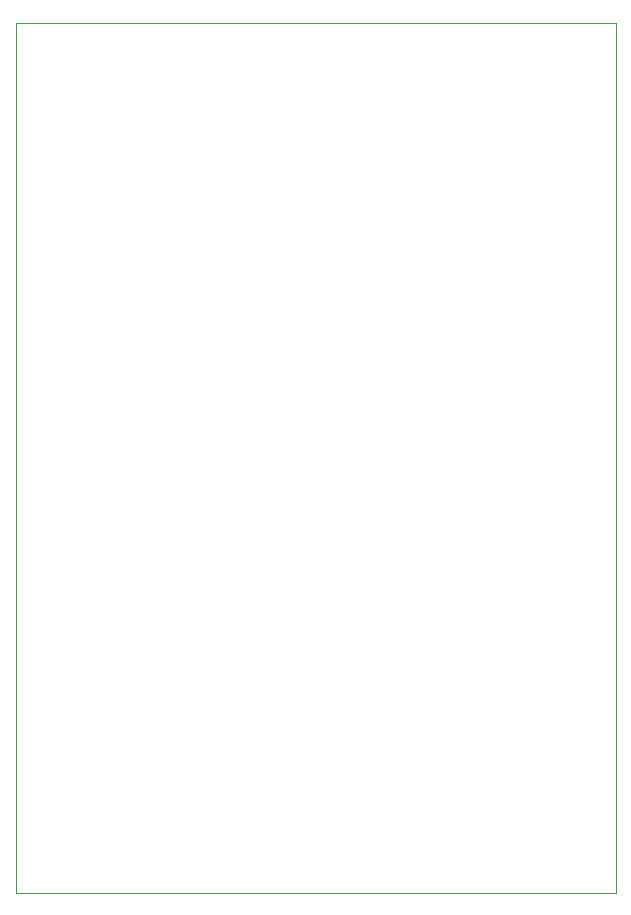
<source format=gbr>
%TF.GenerationSoftware,KiCad,Pcbnew,7.0.10-7.0.10~ubuntu22.04.1*%
%TF.CreationDate,2024-09-29T13:00:56+02:00*%
%TF.ProjectId,kicad,6b696361-642e-46b6-9963-61645f706362,rev?*%
%TF.SameCoordinates,Original*%
%TF.FileFunction,Profile,NP*%
%FSLAX46Y46*%
G04 Gerber Fmt 4.6, Leading zero omitted, Abs format (unit mm)*
G04 Created by KiCad (PCBNEW 7.0.10-7.0.10~ubuntu22.04.1) date 2024-09-29 13:00:56*
%MOMM*%
%LPD*%
G01*
G04 APERTURE LIST*
%TA.AperFunction,Profile*%
%ADD10C,0.100000*%
%TD*%
G04 APERTURE END LIST*
D10*
X98552000Y-55880000D02*
X149352000Y-55880000D01*
X149352000Y-129540000D01*
X98552000Y-129540000D01*
X98552000Y-55880000D01*
M02*

</source>
